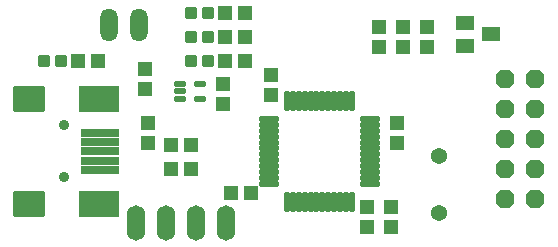
<source format=gbr>
%TF.GenerationSoftware,KiCad,Pcbnew,(6.0.7)*%
%TF.CreationDate,2022-08-30T17:29:13+02:00*%
%TF.ProjectId,bmp_entropia,626d705f-656e-4747-926f-7069612e6b69,rev?*%
%TF.SameCoordinates,Original*%
%TF.FileFunction,Soldermask,Top*%
%TF.FilePolarity,Negative*%
%FSLAX46Y46*%
G04 Gerber Fmt 4.6, Leading zero omitted, Abs format (unit mm)*
G04 Created by KiCad (PCBNEW (6.0.7)) date 2022-08-30 17:29:13*
%MOMM*%
%LPD*%
G01*
G04 APERTURE LIST*
G04 Aperture macros list*
%AMRoundRect*
0 Rectangle with rounded corners*
0 $1 Rounding radius*
0 $2 $3 $4 $5 $6 $7 $8 $9 X,Y pos of 4 corners*
0 Add a 4 corners polygon primitive as box body*
4,1,4,$2,$3,$4,$5,$6,$7,$8,$9,$2,$3,0*
0 Add four circle primitives for the rounded corners*
1,1,$1+$1,$2,$3*
1,1,$1+$1,$4,$5*
1,1,$1+$1,$6,$7*
1,1,$1+$1,$8,$9*
0 Add four rect primitives between the rounded corners*
20,1,$1+$1,$2,$3,$4,$5,0*
20,1,$1+$1,$4,$5,$6,$7,0*
20,1,$1+$1,$6,$7,$8,$9,0*
20,1,$1+$1,$8,$9,$2,$3,0*%
%AMFreePoly0*
4,1,25,0.343569,0.769573,0.348471,0.765082,0.765082,0.348471,0.787110,0.301230,0.787400,0.294589,0.787400,-0.294589,0.769573,-0.343569,0.765082,-0.348471,0.348471,-0.765082,0.301230,-0.787110,0.294589,-0.787400,-0.294589,-0.787400,-0.343569,-0.769573,-0.348471,-0.765082,-0.765082,-0.348471,-0.787110,-0.301230,-0.787400,-0.294589,-0.787400,0.294589,-0.769573,0.343569,-0.765082,0.348471,
-0.348471,0.765082,-0.301230,0.787110,-0.294589,0.787400,0.294589,0.787400,0.343569,0.769573,0.343569,0.769573,$1*%
G04 Aperture macros list end*
%ADD10RoundRect,0.076200X0.500000X0.550000X-0.500000X0.550000X-0.500000X-0.550000X0.500000X-0.550000X0*%
%ADD11RoundRect,0.076200X0.400000X-0.400000X0.400000X0.400000X-0.400000X0.400000X-0.400000X-0.400000X0*%
%ADD12RoundRect,0.076200X0.500000X-0.550000X0.500000X0.550000X-0.500000X0.550000X-0.500000X-0.550000X0*%
%ADD13RoundRect,0.076200X-0.500000X0.550000X-0.500000X-0.550000X0.500000X-0.550000X0.500000X0.550000X0*%
%ADD14RoundRect,0.076200X0.550000X0.500000X-0.550000X0.500000X-0.550000X-0.500000X0.550000X-0.500000X0*%
%ADD15RoundRect,0.076200X-0.550000X0.500000X-0.550000X-0.500000X0.550000X-0.500000X0.550000X0.500000X0*%
%ADD16O,1.574800X2.997200*%
%ADD17FreePoly0,90.000000*%
%ADD18RoundRect,0.076200X-0.700000X0.500000X-0.700000X-0.500000X0.700000X-0.500000X0.700000X0.500000X0*%
%ADD19C,0.900000*%
%ADD20RoundRect,0.076200X-1.550000X-0.250000X1.550000X-0.250000X1.550000X0.250000X-1.550000X0.250000X0*%
%ADD21RoundRect,0.076200X-1.250000X-1.000000X1.250000X-1.000000X1.250000X1.000000X-1.250000X1.000000X0*%
%ADD22RoundRect,0.076200X-1.650000X-1.000000X1.650000X-1.000000X1.650000X1.000000X-1.650000X1.000000X0*%
%ADD23RoundRect,0.076200X-0.400000X0.175000X-0.400000X-0.175000X0.400000X-0.175000X0.400000X0.175000X0*%
%ADD24RoundRect,0.076200X0.750000X-0.150000X0.750000X0.150000X-0.750000X0.150000X-0.750000X-0.150000X0*%
%ADD25RoundRect,0.076200X0.150000X-0.750000X0.150000X0.750000X-0.150000X0.750000X-0.150000X-0.750000X0*%
%ADD26O,1.473200X2.794000*%
%ADD27C,1.371600*%
G04 APERTURE END LIST*
D10*
%TO.C,R9*%
X144751100Y-95492600D03*
X143051100Y-95492600D03*
%TD*%
D11*
%TO.C,LED1*%
X129157100Y-99556600D03*
X127657100Y-99556600D03*
%TD*%
D12*
%TO.C,C4*%
X136281100Y-101930600D03*
X136281100Y-100230600D03*
%TD*%
D13*
%TO.C,C6*%
X155077100Y-111914600D03*
X155077100Y-113614600D03*
%TD*%
D14*
%TO.C,C7*%
X145259100Y-110732600D03*
X143559100Y-110732600D03*
%TD*%
D15*
%TO.C,R10*%
X160157100Y-96674600D03*
X160157100Y-98374600D03*
%TD*%
D10*
%TO.C,R7*%
X144751100Y-99556600D03*
X143051100Y-99556600D03*
%TD*%
D16*
%TO.C,SV1*%
X143139100Y-113272600D03*
X140599100Y-113272600D03*
X138059100Y-113272600D03*
X135519100Y-113272600D03*
%TD*%
D11*
%TO.C,LED3*%
X141603100Y-97524600D03*
X140103100Y-97524600D03*
%TD*%
D15*
%TO.C,R1*%
X136535100Y-104802600D03*
X136535100Y-106502600D03*
%TD*%
D17*
%TO.C,SV2*%
X169301100Y-111240600D03*
X166761100Y-111240600D03*
X169301100Y-108700600D03*
X166761100Y-108700600D03*
X169301100Y-106160600D03*
X166761100Y-106160600D03*
X169301100Y-103620600D03*
X166761100Y-103620600D03*
X169301100Y-101080600D03*
X166761100Y-101080600D03*
%TD*%
D18*
%TO.C,Q2*%
X163375100Y-96320600D03*
X163375100Y-98220600D03*
X165575100Y-97270600D03*
%TD*%
D19*
%TO.C,X1*%
X129423100Y-109376600D03*
X129423100Y-104976600D03*
D20*
X132423100Y-105576600D03*
X132423100Y-106376600D03*
X132423100Y-107176600D03*
X132423100Y-107976600D03*
X132423100Y-108776600D03*
D21*
X126423100Y-111626600D03*
X126423100Y-102726600D03*
D22*
X132323100Y-102726600D03*
X132323100Y-111626600D03*
%TD*%
D13*
%TO.C,C5*%
X142885100Y-101500600D03*
X142885100Y-103200600D03*
%TD*%
D10*
%TO.C,R8*%
X144751100Y-97524600D03*
X143051100Y-97524600D03*
%TD*%
%TO.C,R6*%
X132305100Y-99556600D03*
X130605100Y-99556600D03*
%TD*%
D23*
%TO.C,U$2*%
X139241100Y-101446600D03*
X139241100Y-102096600D03*
X139241100Y-102746600D03*
X140941100Y-102746600D03*
X140941100Y-101446600D03*
%TD*%
D11*
%TO.C,LED4*%
X141603100Y-95492600D03*
X140103100Y-95492600D03*
%TD*%
D15*
%TO.C,R11*%
X158125100Y-96674600D03*
X158125100Y-98374600D03*
%TD*%
D10*
%TO.C,R2*%
X140179100Y-106668600D03*
X138479100Y-106668600D03*
%TD*%
D12*
%TO.C,C3*%
X156093100Y-98374600D03*
X156093100Y-96674600D03*
%TD*%
D13*
%TO.C,C10*%
X157109100Y-111914600D03*
X157109100Y-113614600D03*
%TD*%
D24*
%TO.C,U$1*%
X155263100Y-109926600D03*
X155263100Y-109426600D03*
X155263100Y-108926600D03*
X155263100Y-108426600D03*
X155263100Y-107926600D03*
X155263100Y-107426600D03*
X155263100Y-106926600D03*
X155263100Y-106426600D03*
X155263100Y-105926600D03*
X155263100Y-105426600D03*
X155263100Y-104926600D03*
X155263100Y-104426600D03*
D25*
X153763100Y-102926600D03*
X153263100Y-102926600D03*
X152763100Y-102926600D03*
X152263100Y-102926600D03*
X151763100Y-102926600D03*
X151263100Y-102926600D03*
X150763100Y-102926600D03*
X150263100Y-102926600D03*
X149763100Y-102926600D03*
X149263100Y-102926600D03*
X148763100Y-102926600D03*
X148263100Y-102926600D03*
D24*
X146763100Y-104426600D03*
X146763100Y-104926600D03*
X146763100Y-105426600D03*
X146763100Y-105926600D03*
X146763100Y-106426600D03*
X146763100Y-106926600D03*
X146763100Y-107426600D03*
X146763100Y-107926600D03*
X146763100Y-108426600D03*
X146763100Y-108926600D03*
X146763100Y-109426600D03*
X146763100Y-109926600D03*
D25*
X148263100Y-111426600D03*
X148763100Y-111426600D03*
X149263100Y-111426600D03*
X149763100Y-111426600D03*
X150263100Y-111426600D03*
X150763100Y-111426600D03*
X151263100Y-111426600D03*
X151763100Y-111426600D03*
X152263100Y-111426600D03*
X152763100Y-111426600D03*
X153263100Y-111426600D03*
X153763100Y-111426600D03*
%TD*%
D26*
%TO.C,JP1*%
X135773100Y-96508600D03*
X133233100Y-96508600D03*
%TD*%
D13*
%TO.C,C9*%
X157617100Y-104802600D03*
X157617100Y-106502600D03*
%TD*%
D10*
%TO.C,R3*%
X140179100Y-108700600D03*
X138479100Y-108700600D03*
%TD*%
D12*
%TO.C,C8*%
X146949100Y-102438600D03*
X146949100Y-100738600D03*
%TD*%
D11*
%TO.C,LED2*%
X141603100Y-99556600D03*
X140103100Y-99556600D03*
%TD*%
D27*
%TO.C,Q1*%
X161173100Y-112383600D03*
X161173100Y-107557600D03*
%TD*%
M02*

</source>
